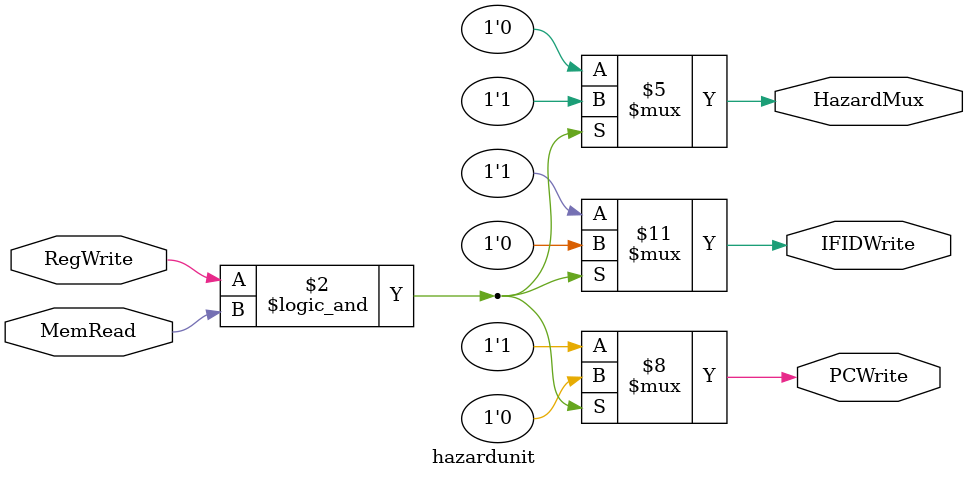
<source format=v>
module hazardunit(IFIDWrite,PCWrite,HazardMux, RegWrite, MemRead);

	output reg	IFIDWrite, PCWrite, HazardMux;
	input   RegWrite, MemRead;
	
	initial
	begin
		IFIDWrite = 1;
		PCWrite = 1;
		HazardMux = 0;
	end
	
	always@(RegWrite, MemRead)
	begin
	    if (RegWrite && MemRead)
	    begin
            IFIDWrite = 0;
            PCWrite = 0;
            HazardMux = 1;
	    end
	    else
	    begin
            IFIDWrite = 1;
            PCWrite = 1;
            HazardMux = 0;
	    end
	end

endmodule

</source>
